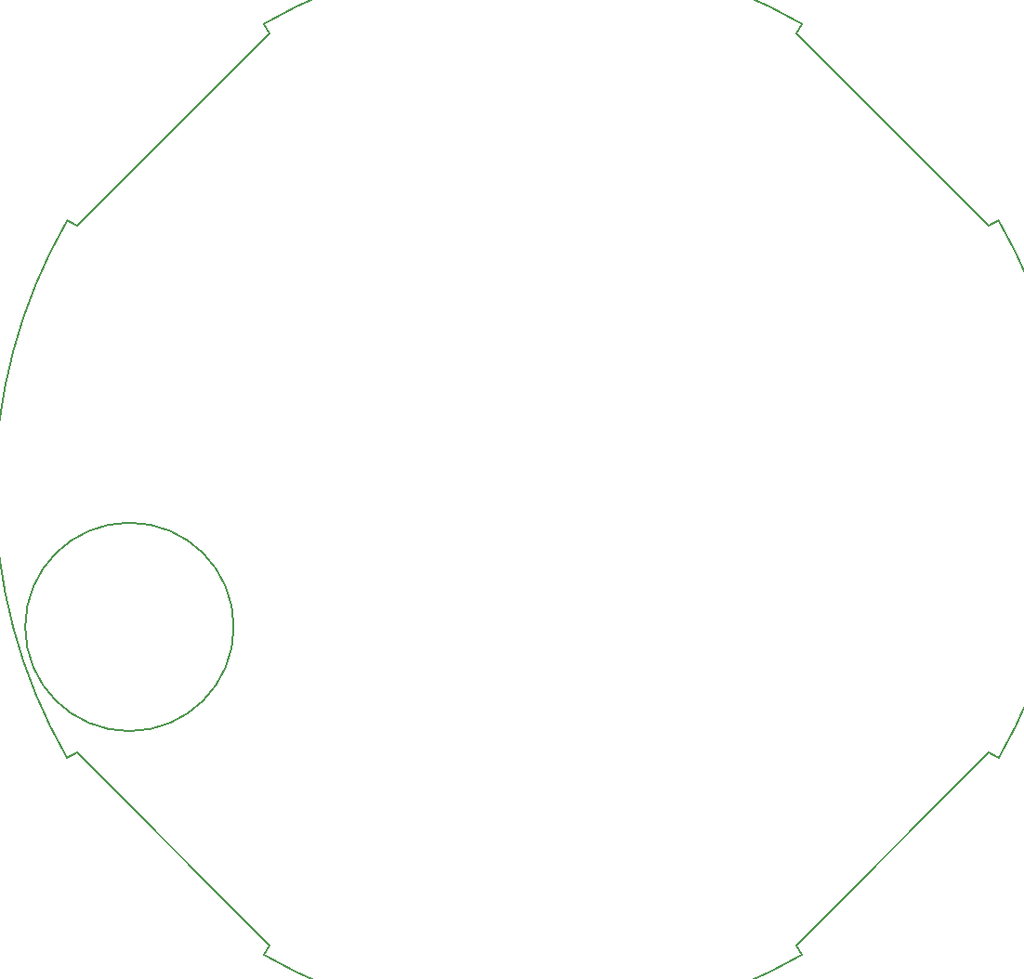
<source format=gbr>
%TF.GenerationSoftware,KiCad,Pcbnew,7.0.10*%
%TF.CreationDate,2024-02-07T14:22:42-05:00*%
%TF.ProjectId,board_up,626f6172-645f-4757-902e-6b696361645f,rev?*%
%TF.SameCoordinates,Original*%
%TF.FileFunction,Profile,NP*%
%FSLAX46Y46*%
G04 Gerber Fmt 4.6, Leading zero omitted, Abs format (unit mm)*
G04 Created by KiCad (PCBNEW 7.0.10) date 2024-02-07 14:22:42*
%MOMM*%
%LPD*%
G01*
G04 APERTURE LIST*
%TA.AperFunction,Profile*%
%ADD10C,0.150000*%
%TD*%
G04 APERTURE END LIST*
D10*
X91895000Y-74030000D02*
X91029000Y-73530000D01*
X22200000Y-62070000D02*
G75*
G03*
X3200000Y-62070000I-9500000J0D01*
G01*
X3200000Y-62070000D02*
G75*
G03*
X22200000Y-62070000I9500000J0D01*
G01*
X24960000Y-7095000D02*
X25460000Y-7961000D01*
X7025000Y-25030000D02*
X7891000Y-25530000D01*
X91029000Y-25530000D02*
X91895000Y-25030000D01*
X73960000Y-7095000D02*
X73460000Y-7961000D01*
X73460000Y-7961000D02*
X91029000Y-25530000D01*
X7025001Y-25030000D02*
G75*
G03*
X7025001Y-74030000I42435239J-24500000D01*
G01*
X24960000Y-91965000D02*
X25460000Y-91099000D01*
X73960000Y-7095000D02*
G75*
G03*
X24960000Y-7095000I-24500000J-42435246D01*
G01*
X91895000Y-74030000D02*
G75*
G03*
X91895000Y-25030000I-42435250J24500000D01*
G01*
X25460000Y-91099000D02*
X7891000Y-73530000D01*
X91029000Y-73530000D02*
X73460000Y-91099000D01*
X24960000Y-91965000D02*
G75*
G03*
X73960000Y-91965000I24500000J42435246D01*
G01*
X7891000Y-73530000D02*
X7025000Y-74030000D01*
X25460000Y-7961000D02*
X7891000Y-25530000D01*
X73460000Y-91099000D02*
X73960000Y-91965000D01*
M02*

</source>
